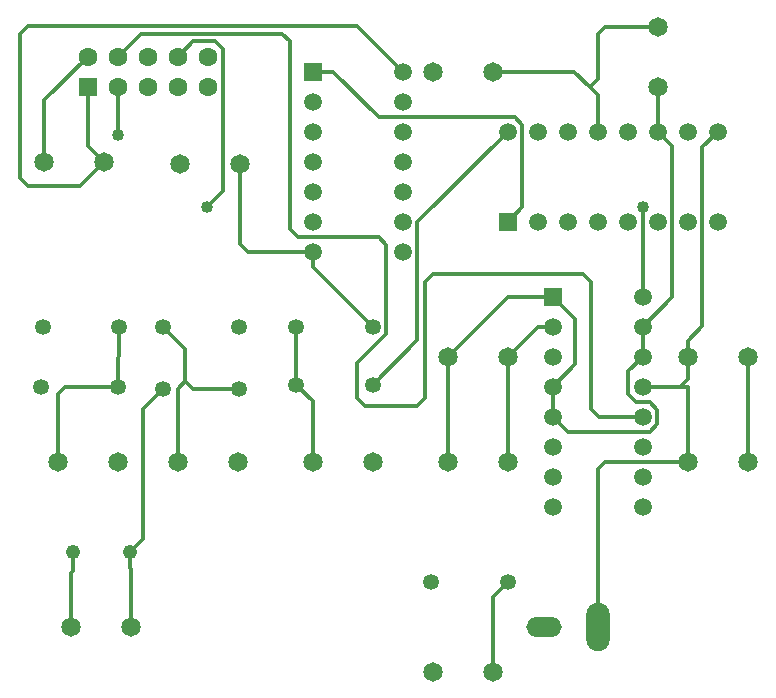
<source format=gbr>
G04 DipTrace 3.2.0.1*
G04 Bottom.gbr*
%MOIN*%
G04 #@! TF.FileFunction,Copper,L2,Bot*
G04 #@! TF.Part,Single*
G04 #@! TA.AperFunction,Conductor*
%ADD13C,0.012992*%
G04 #@! TA.AperFunction,ComponentPad*
%ADD14C,0.064961*%
%ADD16C,0.05315*%
%ADD17R,0.059055X0.059055*%
%ADD18C,0.059055*%
%ADD19O,0.07874X0.161417*%
%ADD20O,0.11811X0.066929*%
%ADD21R,0.063X0.063*%
%ADD22C,0.063*%
%ADD23C,0.048*%
G04 #@! TA.AperFunction,ViaPad*
%ADD24C,0.04*%
%FSLAX26Y26*%
G04*
G70*
G90*
G75*
G01*
G04 Bottom*
%LPD*%
X2593701Y1493701D2*
D13*
X2717717D1*
X2743701D1*
Y1243701D1*
X1251181Y2237270D2*
Y1969684D1*
X1277165Y1943701D1*
X1493701D1*
X2443701Y2343701D2*
Y2465701D1*
X2417717Y2491685D1*
X2365747Y2543655D1*
X2093701D1*
X993701Y1486614D2*
X927189Y1420102D1*
Y987189D1*
X883701Y943701D1*
X597703Y2241601D2*
Y2447703D1*
X743701Y2593701D1*
X2143701Y1243701D2*
Y1593701D1*
X2843701Y2343701D2*
X2792717Y2292717D1*
Y1694686D1*
X2743701Y1645670D1*
Y1593701D1*
X2417717Y2491685D2*
X2443701Y2517669D1*
Y2667717D1*
X2469685Y2693701D1*
X2643701D1*
X2743701Y1243701D2*
X2469685D1*
X2443701Y1217717D1*
Y693701D1*
X1493701Y1943701D2*
Y1893701D1*
X1693701Y1693701D1*
X883701Y943701D2*
Y889721D1*
X888701Y884721D1*
Y693701D1*
X2143701Y1593701D2*
X2243701Y1693701D1*
X2293701D1*
X2743701Y1593701D2*
Y1519685D1*
X2717717Y1493701D1*
X843701Y2333059D2*
Y2493701D1*
X2593701Y2092717D2*
Y1793701D1*
X2143701Y2043701D2*
X2192717Y2092717D1*
Y2366732D1*
X2166732Y2392717D1*
X1713783D1*
X1562799Y2543701D1*
X1493701D1*
X1142047Y2093701D2*
X1194689Y2146343D1*
Y2618705D1*
X1168705Y2644689D1*
X1094689D1*
X1043701Y2593701D1*
X2143701Y2343701D2*
X1842717Y2042717D1*
Y1649803D1*
X1693701Y1500787D1*
X849606Y1693701D2*
Y1594681D1*
X843701Y1588776D1*
Y1493701D1*
X669685D1*
X643701Y1467717D1*
Y1243701D1*
X1043701D2*
Y1486614D1*
X1069685Y1512598D1*
Y1617717D1*
X993701Y1693701D1*
X1069685Y1512598D2*
X1095668Y1486614D1*
X1249606D1*
X1437795Y1693701D2*
Y1500787D1*
X1493701Y1444882D1*
Y1243701D1*
X693701Y943701D2*
Y878158D1*
X688701Y873158D1*
Y693701D1*
X2143701Y843701D2*
X2093701Y793701D1*
Y543701D1*
X2593701Y1393701D2*
X2447224D1*
X2421238Y1419687D1*
Y1842717D1*
X2395254Y1868701D1*
X1894685D1*
X1868701Y1842717D1*
Y1454724D1*
X1842717Y1428740D1*
X1667721D1*
X1641736Y1454725D1*
Y1572638D1*
X1739764Y1670666D1*
Y1966733D1*
X1713780Y1992717D1*
X1444685D1*
X1418701Y2018701D1*
Y2644689D1*
X1392717Y2670673D1*
X920673D1*
X843701Y2593701D1*
X1793701Y2543701D2*
X1640744Y2696658D1*
X545733D1*
X519748Y2670673D1*
Y2189630D1*
X545732Y2163646D1*
X719748D1*
X797703Y2241601D1*
X1943701Y1243701D2*
Y1593701D1*
X2943701D2*
Y1243701D1*
X797703Y2241601D2*
X743701Y2295604D1*
Y2493701D1*
X2643701Y2343701D2*
Y2493701D1*
X2593701Y1693701D2*
X2692717Y1792717D1*
Y2294685D1*
X2643701Y2343701D1*
X2593701Y1593701D2*
Y1693701D1*
X2293701Y1393701D2*
X2344685Y1342717D1*
X2616733D1*
X2642717Y1368701D1*
Y1416732D1*
X2616732Y1442717D1*
X2570669D1*
X2544685Y1468701D1*
Y1544685D1*
X2593701Y1593701D1*
X2293701Y1493701D2*
Y1393701D1*
Y1793701D2*
X2368701Y1718701D1*
Y1568701D1*
X2293701Y1493701D1*
X1943701Y1593701D2*
X2143701Y1793701D1*
X2293701D1*
D24*
X843701Y2333059D3*
X2593701Y2092717D3*
X1142047Y2093701D3*
D14*
X1943701Y1593701D3*
X2143701D3*
X1943701Y1243701D3*
X2143701D3*
X1051181Y2237270D3*
X1251181D3*
D16*
X993701Y1693701D3*
X1249606D3*
Y1486614D3*
X993701D3*
D14*
X1243701Y1243701D3*
X1043701D3*
X1693701D3*
X1493701D3*
X843701D3*
X643701D3*
D17*
X2293701Y1793701D3*
D18*
Y1693701D3*
Y1593701D3*
Y1493701D3*
Y1393701D3*
Y1293701D3*
Y1193701D3*
Y1093701D3*
X2593701D3*
Y1193701D3*
Y1293701D3*
Y1393701D3*
Y1493701D3*
Y1593701D3*
Y1693701D3*
Y1793701D3*
D14*
X2093701Y543701D3*
X1893701D3*
D16*
X2143701Y843701D3*
X1887795D3*
D17*
X2143701Y2043701D3*
D18*
X2243701D3*
X2343701D3*
X2443701D3*
X2543701D3*
X2643701D3*
X2743701D3*
X2843701D3*
Y2343701D3*
X2743701D3*
X2643701D3*
X2543701D3*
X2443701D3*
X2343701D3*
X2243701D3*
X2143701D3*
D14*
X2643701Y2493701D3*
Y2693701D3*
X2743701Y1593701D3*
X2943701D3*
X2743701Y1243701D3*
X2943701D3*
D17*
X1493701Y2543701D3*
D18*
Y2443701D3*
Y2343701D3*
Y2243701D3*
Y2143701D3*
Y2043701D3*
Y1943701D3*
X1793701D3*
Y2043701D3*
Y2143701D3*
Y2243701D3*
Y2343701D3*
Y2443701D3*
Y2543701D3*
D14*
X1893701Y2543655D3*
X2093701D3*
D16*
X1437795Y1500787D3*
X1693701D3*
Y1693701D3*
X1437795D3*
D19*
X2443701Y693701D3*
D20*
X2266535D3*
D21*
X743701Y2493701D3*
D22*
X843701D3*
X943701D3*
X1043701D3*
X1143701D3*
X743701Y2593701D3*
X843701D3*
X943701D3*
X1043701D3*
X1143701D3*
D14*
X797703Y2241601D3*
X597703D3*
D16*
X593701Y1693701D3*
X849606D3*
X843701Y1493701D3*
X587795D3*
D23*
X693701Y943701D3*
X883701D3*
D14*
X688701Y693701D3*
X888701D3*
M02*

</source>
